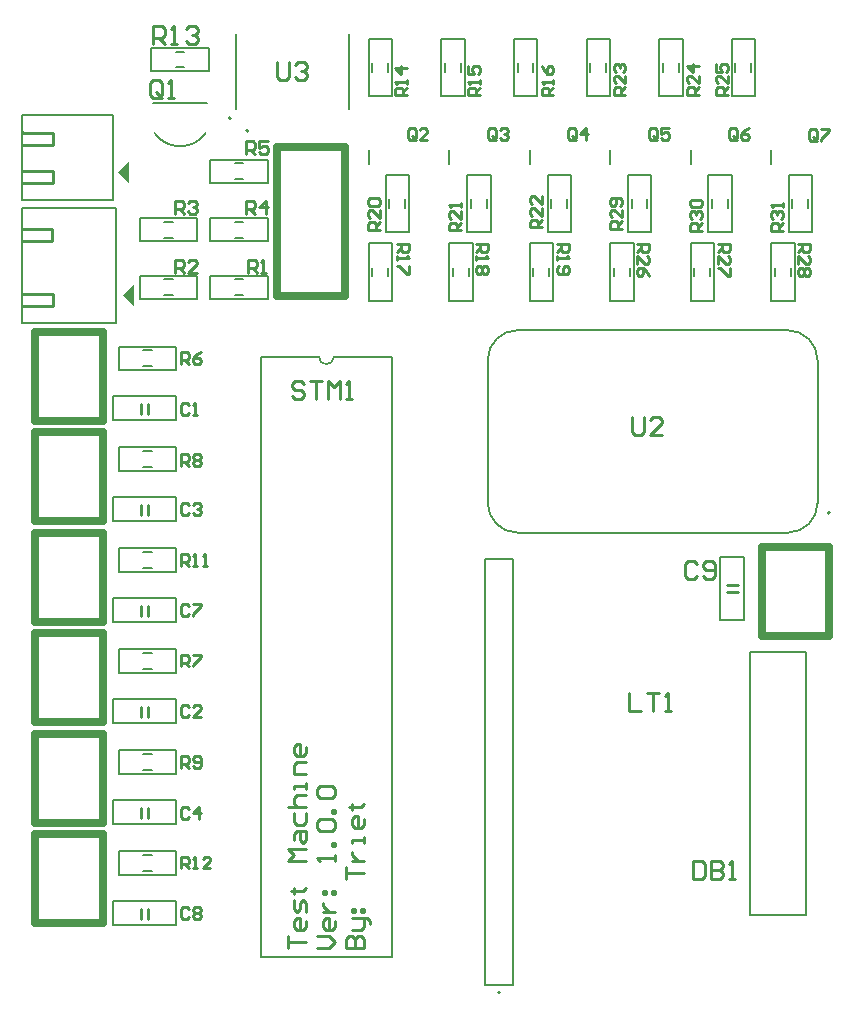
<source format=gto>
G04*
G04 #@! TF.GenerationSoftware,Altium Limited,Altium Designer,21.3.2 (30)*
G04*
G04 Layer_Color=65535*
%FSTAX24Y24*%
%MOIN*%
G70*
G04*
G04 #@! TF.SameCoordinates,B2E6FB57-DAF8-471C-B04C-D09EA4292E56*
G04*
G04*
G04 #@! TF.FilePolarity,Positive*
G04*
G01*
G75*
%ADD10C,0.0050*%
%ADD11C,0.0079*%
%ADD12C,0.0100*%
%ADD13C,0.0250*%
%ADD14C,0.0070*%
G36*
X003969Y023488D02*
Y024198D01*
X003619Y023848D01*
X003609D01*
X003969Y023488D01*
D02*
G37*
G36*
X00379Y027582D02*
Y028292D01*
X00344Y027942D01*
X00343D01*
X00379Y027582D01*
D02*
G37*
D10*
X01576Y016916D02*
G03*
X01676Y015916I001J0D01*
G01*
X02576D02*
G03*
X02676Y016916I0J001D01*
G01*
Y021666D02*
G03*
X02576Y022666I-001J0D01*
G01*
X01676D02*
G03*
X01576Y021666I0J-001D01*
G01*
X004665Y029233D02*
G03*
X005519Y028807I000804J000542D01*
G01*
X005505D02*
G03*
X006359Y029233I000051J000968D01*
G01*
X01676Y015916D02*
X02576D01*
X02676Y016916D02*
Y021666D01*
X01676Y022666D02*
X02576D01*
X01576Y016916D02*
Y021666D01*
X004606Y030224D02*
X006417D01*
X01114Y030049D02*
Y032549D01*
X007364Y030049D02*
Y032549D01*
D11*
X027166Y01658D02*
G03*
X027166Y01658I-000039J0D01*
G01*
X010136Y021783D02*
G03*
X010636Y021783I00025J0D01*
G01*
X0072Y029724D02*
G03*
X0072Y029724I-000039J0D01*
G01*
X007791Y029317D02*
G03*
X007791Y029317I-000039J0D01*
G01*
X016181Y000593D02*
G03*
X016181Y000593I-000039J0D01*
G01*
X008207Y001783D02*
Y021783D01*
Y001783D02*
X012565D01*
Y021783D01*
X010636D02*
X012565D01*
X008207D02*
X010136D01*
X003281Y016293D02*
Y016883D01*
Y016293D02*
X005381D01*
Y017093D01*
X003281D02*
X005381D01*
X003281Y016883D02*
Y017093D01*
Y002828D02*
Y003418D01*
Y002828D02*
X005381D01*
Y003628D01*
X003281D02*
X005381D01*
X003281Y003418D02*
Y003628D01*
X003461Y004511D02*
Y004981D01*
Y004511D02*
X005381D01*
Y005291D01*
X004281Y005161D02*
X004561D01*
X004281Y004631D02*
X004561D01*
X003461Y005291D02*
X005381D01*
X003461Y004981D02*
Y005291D01*
X003281Y019659D02*
Y020249D01*
Y019659D02*
X005381D01*
Y020459D01*
X003281D02*
X005381D01*
X003281Y020249D02*
Y020459D01*
X003461Y021342D02*
Y021812D01*
Y021342D02*
X005381D01*
Y022122D01*
X004281Y021992D02*
X004561D01*
X004281Y021462D02*
X004561D01*
X003461Y022122D02*
X005381D01*
X003461Y021812D02*
Y022122D01*
Y01461D02*
Y01508D01*
Y01461D02*
X005381D01*
Y01539D01*
X004281Y01526D02*
X004561D01*
X004281Y01473D02*
X004561D01*
X003461Y01539D02*
X005381D01*
X003461Y01508D02*
Y01539D01*
Y017976D02*
Y018446D01*
Y017976D02*
X005381D01*
Y018756D01*
X004281Y018626D02*
X004561D01*
X004281Y018096D02*
X004561D01*
X003461Y018756D02*
X005381D01*
X003461Y018446D02*
Y018756D01*
X003281Y006195D02*
Y006785D01*
Y006195D02*
X005381D01*
Y006995D01*
X003281D02*
X005381D01*
X003281Y006785D02*
Y006995D01*
X003461Y007878D02*
Y008348D01*
Y007878D02*
X005381D01*
Y008658D01*
X004281Y008528D02*
X004561D01*
X004281Y007998D02*
X004561D01*
X003461Y008658D02*
X005381D01*
X003461Y008348D02*
Y008658D01*
X003281Y009561D02*
Y010151D01*
Y009561D02*
X005381D01*
Y010361D01*
X003281D02*
X005381D01*
X003281Y010151D02*
Y010361D01*
X003461Y011244D02*
Y011714D01*
Y011244D02*
X005381D01*
Y012024D01*
X004281Y011894D02*
X004561D01*
X004281Y011364D02*
X004561D01*
X003461Y012024D02*
X005381D01*
X003461Y011714D02*
Y012024D01*
X003281Y012927D02*
Y013517D01*
Y012927D02*
X005381D01*
Y013727D01*
X003281D02*
X005381D01*
X003281Y013517D02*
Y013727D01*
X006078Y023705D02*
Y024014D01*
X004158Y023705D02*
X006078D01*
X004978Y024365D02*
X005258D01*
X004978Y023835D02*
X005258D01*
X004158Y023705D02*
Y024485D01*
X006078D01*
Y024014D02*
Y024485D01*
X00652Y025634D02*
Y026104D01*
Y025634D02*
X00844D01*
Y026414D01*
X00734Y026284D02*
X00762D01*
X00734Y025754D02*
X00762D01*
X00652Y026414D02*
X00844D01*
X00652Y026104D02*
Y026414D01*
X00844Y023705D02*
Y024014D01*
X00652Y023705D02*
X00844D01*
X00734Y024365D02*
X00762D01*
X00734Y023835D02*
X00762D01*
X00652Y023705D02*
Y024485D01*
X00844D01*
Y024014D02*
Y024485D01*
X00844Y027873D02*
Y028343D01*
X00652D02*
X00844D01*
X00652Y027563D02*
Y028343D01*
X00734Y027693D02*
X00762D01*
X00734Y028223D02*
X00762D01*
X00652Y027563D02*
X00844D01*
Y027873D01*
X012836Y02785D02*
X013146D01*
Y02593D02*
Y02785D01*
X012486Y02675D02*
Y02703D01*
X013016Y02675D02*
Y02703D01*
X012366Y02593D02*
X013146D01*
X012366D02*
Y02785D01*
X012836D01*
X011796Y028209D02*
Y028681D01*
X012266Y025566D02*
X012576D01*
Y023646D02*
Y025566D01*
X011916Y024466D02*
Y024746D01*
X012446Y024466D02*
Y024746D01*
X011796Y023646D02*
X012576D01*
X011796D02*
Y025566D01*
X012266D01*
X004158Y025634D02*
Y026104D01*
Y025634D02*
X006078D01*
Y026414D01*
X004978Y026284D02*
X005258D01*
X004978Y025754D02*
X005258D01*
X004158Y026414D02*
X006078D01*
X004158Y026104D02*
Y026414D01*
X019059Y032377D02*
X019529D01*
X019059Y030457D02*
Y032377D01*
Y030457D02*
X019839D01*
X019709Y031277D02*
Y031557D01*
X019179Y031277D02*
Y031557D01*
X019839Y030457D02*
Y032377D01*
X019529D02*
X019839D01*
X020437Y02785D02*
X020907D01*
X020437Y02593D02*
Y02785D01*
Y02593D02*
X021217D01*
X021087Y02675D02*
Y02703D01*
X020557Y02675D02*
Y02703D01*
X021217Y02593D02*
Y02785D01*
X020907D02*
X021217D01*
X019851Y028209D02*
Y028681D01*
Y025566D02*
X020321D01*
X019851Y023646D02*
Y025566D01*
Y023646D02*
X020631D01*
X020501Y024466D02*
Y024746D01*
X019971Y024466D02*
Y024746D01*
X020631Y023646D02*
Y025566D01*
X020321D02*
X020631D01*
X004552Y031303D02*
Y031773D01*
Y031303D02*
X006472D01*
Y032083D01*
X005372Y031953D02*
X005652D01*
X005372Y031423D02*
X005652D01*
X004552Y032083D02*
X006472D01*
X004552Y031773D02*
Y032083D01*
X025791Y02785D02*
X026261D01*
X025791Y02593D02*
Y02785D01*
Y02593D02*
X026571D01*
X026441Y02675D02*
Y02703D01*
X025911Y02675D02*
Y02703D01*
X026571Y02593D02*
Y02785D01*
X026261D02*
X026571D01*
X023114Y02785D02*
X023584D01*
X023114Y02593D02*
Y02785D01*
Y02593D02*
X023894D01*
X023764Y02675D02*
Y02703D01*
X023234Y02675D02*
Y02703D01*
X023894Y02593D02*
Y02785D01*
X023584D02*
X023894D01*
X014481Y025566D02*
X014951D01*
X014481Y023646D02*
Y025566D01*
Y023646D02*
X015261D01*
X015131Y024466D02*
Y024746D01*
X014601Y024466D02*
Y024746D01*
X015261Y023646D02*
Y025566D01*
X014951D02*
X015261D01*
X017166Y025566D02*
X017636D01*
X017166Y023646D02*
Y025566D01*
Y023646D02*
X017946D01*
X017816Y024466D02*
Y024746D01*
X017286Y024466D02*
Y024746D01*
X017946Y023646D02*
Y025566D01*
X017636D02*
X017946D01*
X025221Y025566D02*
X025691D01*
X025221Y023646D02*
Y025566D01*
Y023646D02*
X026001D01*
X025871Y024466D02*
Y024746D01*
X025341Y024466D02*
Y024746D01*
X026001Y023646D02*
Y025566D01*
X025691D02*
X026001D01*
X022536Y025566D02*
X023006D01*
X022536Y023646D02*
Y025566D01*
Y023646D02*
X023316D01*
X023186Y024466D02*
Y024746D01*
X022656Y024466D02*
Y024746D01*
X023316Y023646D02*
Y025566D01*
X023006D02*
X023316D01*
X023901Y032377D02*
X024371D01*
X023901Y030457D02*
Y032377D01*
Y030457D02*
X024681D01*
X024551Y031277D02*
Y031557D01*
X024021Y031277D02*
Y031557D01*
X024681Y030457D02*
Y032377D01*
X024371D02*
X024681D01*
X025221Y028209D02*
Y028681D01*
X011796Y032377D02*
X012266D01*
X011796Y030457D02*
Y032377D01*
Y030457D02*
X012576D01*
X012446Y031277D02*
Y031557D01*
X011916Y031277D02*
Y031557D01*
X012576Y030457D02*
Y032377D01*
X012266D02*
X012576D01*
X000224Y022913D02*
X003374D01*
X000224D02*
Y026743D01*
X003374D01*
Y022913D02*
Y026743D01*
X02148Y032377D02*
X02195D01*
X02148Y030457D02*
Y032377D01*
Y030457D02*
X02226D01*
X02213Y031277D02*
Y031557D01*
X0216Y031277D02*
Y031557D01*
X02226Y030457D02*
Y032377D01*
X02195D02*
X02226D01*
X022536Y028209D02*
Y028681D01*
X017166Y028209D02*
Y028681D01*
X016638Y032377D02*
X017108D01*
X016638Y030457D02*
Y032377D01*
Y030457D02*
X017418D01*
X017288Y031277D02*
Y031557D01*
X016758Y031277D02*
Y031557D01*
X017418Y030457D02*
Y032377D01*
X017108D02*
X017418D01*
X014217D02*
X014687D01*
X014217Y030457D02*
Y032377D01*
Y030457D02*
X014997D01*
X014867Y031277D02*
Y031557D01*
X014337Y031277D02*
Y031557D01*
X014997Y030457D02*
Y032377D01*
X014687D02*
X014997D01*
X014481Y028209D02*
Y028681D01*
X01823Y02785D02*
X01854D01*
Y02593D02*
Y02785D01*
X01788Y02675D02*
Y02703D01*
X01841Y02675D02*
Y02703D01*
X01776Y02593D02*
X01854D01*
X01776D02*
Y02785D01*
X01823D01*
X015552D02*
X015862D01*
Y02593D02*
Y02785D01*
X015202Y02675D02*
Y02703D01*
X015732Y02675D02*
Y02703D01*
X015082Y02593D02*
X015862D01*
X015082D02*
Y02785D01*
X015552D01*
X016616Y000848D02*
Y015049D01*
X015667Y000848D02*
Y015049D01*
X016616D01*
X015667Y000848D02*
X016616D01*
X000245Y027007D02*
X003265D01*
X000245D02*
Y029837D01*
X003265D01*
Y027007D02*
Y029837D01*
X023498Y013005D02*
X023708D01*
X023498D02*
Y015105D01*
X024298D01*
Y013005D02*
Y015105D01*
X023708Y013005D02*
X024298D01*
D12*
X001254Y023483D02*
G03*
X001264Y023493I0J00001D01*
G01*
X000254Y026033D02*
G03*
X000244Y026043I-00001J0D01*
G01*
X000264D02*
G03*
X000254Y026033I0J-00001D01*
G01*
X001275Y027587D02*
G03*
X001285Y027597I0J00001D01*
G01*
X000285Y029247D02*
G03*
X000275Y029237I0J-00001D01*
G01*
D02*
G03*
X000265Y029247I-00001J0D01*
G01*
X004213Y016496D02*
Y016851D01*
X004449Y016496D02*
Y016851D01*
X004213Y003031D02*
Y003386D01*
X004449Y003031D02*
Y003386D01*
X004213Y019862D02*
Y020217D01*
X004449Y019862D02*
Y020217D01*
X004213Y006398D02*
Y006752D01*
X004449Y006398D02*
Y006752D01*
X004213Y009764D02*
Y010118D01*
X004449Y009764D02*
Y010118D01*
X004213Y01313D02*
Y013484D01*
X004449Y01313D02*
Y013484D01*
X000264Y023473D02*
X001264D01*
Y023883D01*
X000244D02*
X001264D01*
X000264Y026043D02*
X001254D01*
Y025633D02*
Y026043D01*
X000234Y025633D02*
X001254D01*
X000285Y027577D02*
X001285D01*
Y027987D01*
X000265D02*
X001285D01*
X000255Y028837D02*
X001275D01*
Y029247D01*
X000285D02*
X001275D01*
X02374Y014173D02*
X024095D01*
X02374Y013937D02*
X024095D01*
X00911Y002086D02*
Y002486D01*
Y002286D01*
X00971D01*
Y002986D02*
Y002786D01*
X00961Y002686D01*
X00941D01*
X00931Y002786D01*
Y002986D01*
X00941Y003086D01*
X00951D01*
Y002686D01*
X00971Y003286D02*
Y003586D01*
X00961Y003685D01*
X00951Y003586D01*
Y003386D01*
X00941Y003286D01*
X00931Y003386D01*
Y003685D01*
X00921Y003985D02*
X00931D01*
Y003885D01*
Y004085D01*
Y003985D01*
X00961D01*
X00971Y004085D01*
Y004985D02*
X00911D01*
X00931Y005185D01*
X00911Y005385D01*
X00971D01*
X00931Y005685D02*
Y005885D01*
X00941Y005985D01*
X00971D01*
Y005685D01*
X00961Y005585D01*
X00951Y005685D01*
Y005985D01*
X00931Y006585D02*
Y006285D01*
X00941Y006185D01*
X00961D01*
X00971Y006285D01*
Y006585D01*
X00911Y006784D02*
X00971D01*
X00941D01*
X00931Y006884D01*
Y007084D01*
X00941Y007184D01*
X00971D01*
Y007384D02*
Y007584D01*
Y007484D01*
X00931D01*
Y007384D01*
X00971Y007884D02*
X00931D01*
Y008184D01*
X00941Y008284D01*
X00971D01*
Y008784D02*
Y008584D01*
X00961Y008484D01*
X00941D01*
X00931Y008584D01*
Y008784D01*
X00941Y008884D01*
X00951D01*
Y008484D01*
X01007Y002086D02*
X010469D01*
X010669Y002286D01*
X010469Y002486D01*
X01007D01*
X010669Y002986D02*
Y002786D01*
X010569Y002686D01*
X01037D01*
X01027Y002786D01*
Y002986D01*
X01037Y003086D01*
X010469D01*
Y002686D01*
X01027Y003286D02*
X010669D01*
X010469D01*
X01037Y003386D01*
X01027Y003486D01*
Y003586D01*
Y003885D02*
Y003985D01*
X01037D01*
Y003885D01*
X01027D01*
X010569D02*
Y003985D01*
X010669D01*
Y003885D01*
X010569D01*
X010669Y004985D02*
Y005185D01*
Y005085D01*
X01007D01*
X01017Y004985D01*
X010669Y005485D02*
X010569D01*
Y005585D01*
X010669D01*
Y005485D01*
X01017Y005985D02*
X01007Y006085D01*
Y006285D01*
X01017Y006385D01*
X010569D01*
X010669Y006285D01*
Y006085D01*
X010569Y005985D01*
X01017D01*
X010669Y006585D02*
X010569D01*
Y006684D01*
X010669D01*
Y006585D01*
X01017Y007084D02*
X01007Y007184D01*
Y007384D01*
X01017Y007484D01*
X010569D01*
X010669Y007384D01*
Y007184D01*
X010569Y007084D01*
X01017D01*
X011029Y002086D02*
X011629D01*
Y002386D01*
X011529Y002486D01*
X011429D01*
X011329Y002386D01*
Y002086D01*
Y002386D01*
X011229Y002486D01*
X011129D01*
X011029Y002386D01*
Y002086D01*
X011229Y002686D02*
X011529D01*
X011629Y002786D01*
Y003086D01*
X011729D01*
X011829Y002986D01*
Y002886D01*
X011629Y003086D02*
X011229D01*
Y003286D02*
Y003386D01*
X011329D01*
Y003286D01*
X011229D01*
X011529D02*
Y003386D01*
X011629D01*
Y003286D01*
X011529D01*
X011029Y004385D02*
Y004785D01*
Y004585D01*
X011629D01*
X011229Y004985D02*
X011629D01*
X011429D01*
X011329Y005085D01*
X011229Y005185D01*
Y005285D01*
X011629Y005585D02*
Y005785D01*
Y005685D01*
X011229D01*
Y005585D01*
X011629Y006385D02*
Y006185D01*
X011529Y006085D01*
X011329D01*
X011229Y006185D01*
Y006385D01*
X011329Y006485D01*
X011429D01*
Y006085D01*
X011129Y006784D02*
X011229D01*
Y006684D01*
Y006884D01*
Y006784D01*
X011529D01*
X011629Y006884D01*
X020479Y010573D02*
Y009973D01*
X020879D01*
X021079Y010573D02*
X021478D01*
X021279D01*
Y009973D01*
X021678D02*
X021878D01*
X021778D01*
Y010573D01*
X021678Y010473D01*
X022607Y004985D02*
Y004385D01*
X022907D01*
X023007Y004485D01*
Y004885D01*
X022907Y004985D01*
X022607D01*
X023207D02*
Y004385D01*
X023507D01*
X023607Y004485D01*
Y004585D01*
X023507Y004685D01*
X023207D01*
X023507D01*
X023607Y004785D01*
Y004885D01*
X023507Y004985D01*
X023207D01*
X023807Y004385D02*
X024007D01*
X023907D01*
Y004985D01*
X023807Y004885D01*
X022735Y014885D02*
X022635Y014985D01*
X022435D01*
X022335Y014885D01*
Y014485D01*
X022435Y014385D01*
X022635D01*
X022735Y014485D01*
X022935D02*
X023035Y014385D01*
X023235D01*
X023334Y014485D01*
Y014885D01*
X023235Y014985D01*
X023035D01*
X022935Y014885D01*
Y014785D01*
X023035Y014685D01*
X023334D01*
X008752Y031599D02*
Y031099D01*
X008852Y030999D01*
X009052D01*
X009152Y031099D01*
Y031599D01*
X009352Y031499D02*
X009452Y031599D01*
X009652D01*
X009752Y031499D01*
Y031399D01*
X009652Y031299D01*
X009552D01*
X009652D01*
X009752Y031199D01*
Y031099D01*
X009652Y030999D01*
X009452D01*
X009352Y031099D01*
X020563Y019788D02*
Y019288D01*
X020663Y019188D01*
X020863D01*
X020963Y019288D01*
Y019788D01*
X021563Y019188D02*
X021163D01*
X021563Y019588D01*
Y019688D01*
X021463Y019788D01*
X021263D01*
X021163Y019688D01*
X009636Y020869D02*
X009536Y020969D01*
X009337D01*
X009237Y020869D01*
Y020769D01*
X009337Y020669D01*
X009536D01*
X009636Y020569D01*
Y020469D01*
X009536Y020369D01*
X009337D01*
X009237Y020469D01*
X009836Y020969D02*
X010236D01*
X010036D01*
Y020369D01*
X010436D02*
Y020969D01*
X010636Y020769D01*
X010836Y020969D01*
Y020369D01*
X011036D02*
X011236D01*
X011136D01*
Y020969D01*
X011036Y020869D01*
X025591Y025979D02*
X025197D01*
Y026175D01*
X025263Y026241D01*
X025394D01*
X025459Y026175D01*
Y025979D01*
Y02611D02*
X025591Y026241D01*
X025263Y026372D02*
X025197Y026438D01*
Y026569D01*
X025263Y026635D01*
X025328D01*
X025394Y026569D01*
Y026503D01*
Y026569D01*
X025459Y026635D01*
X025525D01*
X025591Y026569D01*
Y026438D01*
X025525Y026372D01*
X025591Y026766D02*
Y026897D01*
Y026831D01*
X025197D01*
X025263Y026766D01*
X022913Y025972D02*
X02252D01*
Y026169D01*
X022585Y026234D01*
X022717D01*
X022782Y026169D01*
Y025972D01*
Y026103D02*
X022913Y026234D01*
X022585Y026366D02*
X02252Y026431D01*
Y026562D01*
X022585Y026628D01*
X022651D01*
X022717Y026562D01*
Y026497D01*
Y026562D01*
X022782Y026628D01*
X022848D01*
X022913Y026562D01*
Y026431D01*
X022848Y026366D01*
X022585Y026759D02*
X02252Y026825D01*
Y026956D01*
X022585Y027022D01*
X022848D01*
X022913Y026956D01*
Y026825D01*
X022848Y026759D01*
X022585D01*
X020236Y026031D02*
X019843D01*
Y026228D01*
X019908Y026293D01*
X020039D01*
X020105Y026228D01*
Y026031D01*
Y026162D02*
X020236Y026293D01*
Y026687D02*
Y026424D01*
X019974Y026687D01*
X019908D01*
X019843Y026621D01*
Y02649D01*
X019908Y026424D01*
X020171Y026818D02*
X020236Y026884D01*
Y027015D01*
X020171Y02708D01*
X019908D01*
X019843Y027015D01*
Y026884D01*
X019908Y026818D01*
X019974D01*
X020039Y026884D01*
Y02708D01*
X026123Y025525D02*
X026517D01*
Y025328D01*
X026451Y025262D01*
X02632D01*
X026254Y025328D01*
Y025525D01*
Y025394D02*
X026123Y025262D01*
Y024869D02*
Y025131D01*
X026385Y024869D01*
X026451D01*
X026517Y024934D01*
Y025066D01*
X026451Y025131D01*
Y024738D02*
X026517Y024672D01*
Y024541D01*
X026451Y024475D01*
X026385D01*
X02632Y024541D01*
X026254Y024475D01*
X026189D01*
X026123Y024541D01*
Y024672D01*
X026189Y024738D01*
X026254D01*
X02632Y024672D01*
X026385Y024738D01*
X026451D01*
X02632Y024672D02*
Y024541D01*
X023438Y025525D02*
X023831D01*
Y025328D01*
X023766Y025262D01*
X023635D01*
X023569Y025328D01*
Y025525D01*
Y025394D02*
X023438Y025262D01*
Y024869D02*
Y025131D01*
X0237Y024869D01*
X023766D01*
X023831Y024934D01*
Y025066D01*
X023766Y025131D01*
X023831Y024738D02*
Y024475D01*
X023766D01*
X023504Y024738D01*
X023438D01*
X020753Y025525D02*
X021146D01*
Y025328D01*
X021081Y025262D01*
X02095D01*
X020884Y025328D01*
Y025525D01*
Y025394D02*
X020753Y025262D01*
Y024869D02*
Y025131D01*
X021015Y024869D01*
X021081D01*
X021146Y024934D01*
Y025066D01*
X021081Y025131D01*
X021146Y024475D02*
X021081Y024606D01*
X02095Y024738D01*
X020818D01*
X020753Y024672D01*
Y024541D01*
X020818Y024475D01*
X020884D01*
X02095Y024541D01*
Y024738D01*
X023779Y030499D02*
X023386D01*
Y030696D01*
X023451Y030761D01*
X023583D01*
X023648Y030696D01*
Y030499D01*
Y03063D02*
X023779Y030761D01*
Y031155D02*
Y030892D01*
X023517Y031155D01*
X023451D01*
X023386Y031089D01*
Y030958D01*
X023451Y030892D01*
X023386Y031548D02*
Y031286D01*
X023583D01*
X023517Y031417D01*
Y031483D01*
X023583Y031548D01*
X023714D01*
X023779Y031483D01*
Y031352D01*
X023714Y031286D01*
X022795Y030499D02*
X022402D01*
Y030696D01*
X022467Y030761D01*
X022598D01*
X022664Y030696D01*
Y030499D01*
Y03063D02*
X022795Y030761D01*
Y031155D02*
Y030892D01*
X022533Y031155D01*
X022467D01*
X022402Y031089D01*
Y030958D01*
X022467Y030892D01*
X022795Y031483D02*
X022402D01*
X022598Y031286D01*
Y031548D01*
X020354Y030499D02*
X019961D01*
Y030696D01*
X020026Y030761D01*
X020157D01*
X020223Y030696D01*
Y030499D01*
Y03063D02*
X020354Y030761D01*
Y031155D02*
Y030892D01*
X020092Y031155D01*
X020026D01*
X019961Y031089D01*
Y030958D01*
X020026Y030892D01*
Y031286D02*
X019961Y031352D01*
Y031483D01*
X020026Y031548D01*
X020092D01*
X020157Y031483D01*
Y031417D01*
Y031483D01*
X020223Y031548D01*
X020289D01*
X020354Y031483D01*
Y031352D01*
X020289Y031286D01*
X017559Y02609D02*
X017165D01*
Y026287D01*
X017231Y026352D01*
X017362D01*
X017428Y026287D01*
Y02609D01*
Y026221D02*
X017559Y026352D01*
Y026746D02*
Y026483D01*
X017297Y026746D01*
X017231D01*
X017165Y02668D01*
Y026549D01*
X017231Y026483D01*
X017559Y027139D02*
Y026877D01*
X017297Y027139D01*
X017231D01*
X017165Y027074D01*
Y026942D01*
X017231Y026877D01*
X014882Y02599D02*
X014488D01*
Y026186D01*
X014554Y026252D01*
X014685D01*
X014751Y026186D01*
Y02599D01*
Y026121D02*
X014882Y026252D01*
Y026646D02*
Y026383D01*
X014619Y026646D01*
X014554D01*
X014488Y02658D01*
Y026449D01*
X014554Y026383D01*
X014882Y026777D02*
Y026908D01*
Y026842D01*
X014488D01*
X014554Y026777D01*
X012165Y026011D02*
X011772D01*
Y026207D01*
X011837Y026273D01*
X011968D01*
X012034Y026207D01*
Y026011D01*
Y026142D02*
X012165Y026273D01*
Y026667D02*
Y026404D01*
X011903Y026667D01*
X011837D01*
X011772Y026601D01*
Y02647D01*
X011837Y026404D01*
Y026798D02*
X011772Y026863D01*
Y026995D01*
X011837Y02706D01*
X0121D01*
X012165Y026995D01*
Y026863D01*
X0121Y026798D01*
X011837D01*
X018068Y025531D02*
X018461D01*
Y025335D01*
X018396Y025269D01*
X018265D01*
X018199Y025335D01*
Y025531D01*
Y0254D02*
X018068Y025269D01*
Y025138D02*
Y025007D01*
Y025072D01*
X018461D01*
X018396Y025138D01*
X018133Y02481D02*
X018068Y024744D01*
Y024613D01*
X018133Y024547D01*
X018396D01*
X018461Y024613D01*
Y024744D01*
X018396Y02481D01*
X01833D01*
X018265Y024744D01*
Y024547D01*
X015383Y025531D02*
X015776D01*
Y025335D01*
X015711Y025269D01*
X01558D01*
X015514Y025335D01*
Y025531D01*
Y0254D02*
X015383Y025269D01*
Y025138D02*
Y025007D01*
Y025072D01*
X015776D01*
X015711Y025138D01*
Y02481D02*
X015776Y024744D01*
Y024613D01*
X015711Y024547D01*
X015645D01*
X01558Y024613D01*
X015514Y024547D01*
X015448D01*
X015383Y024613D01*
Y024744D01*
X015448Y02481D01*
X015514D01*
X01558Y024744D01*
X015645Y02481D01*
X015711D01*
X01558Y024744D02*
Y024613D01*
X012737Y025531D02*
X013131D01*
Y025335D01*
X013065Y025269D01*
X012934D01*
X012868Y025335D01*
Y025531D01*
Y0254D02*
X012737Y025269D01*
Y025138D02*
Y025007D01*
Y025072D01*
X013131D01*
X013065Y025138D01*
X013131Y02481D02*
Y024547D01*
X013065D01*
X012803Y02481D01*
X012737D01*
X017953Y030492D02*
X017559D01*
Y030689D01*
X017625Y030755D01*
X017756D01*
X017822Y030689D01*
Y030492D01*
Y030623D02*
X017953Y030755D01*
Y030886D02*
Y031017D01*
Y030951D01*
X017559D01*
X017625Y030886D01*
X017559Y031476D02*
X017625Y031345D01*
X017756Y031214D01*
X017887D01*
X017953Y031279D01*
Y031411D01*
X017887Y031476D01*
X017822D01*
X017756Y031411D01*
Y031214D01*
X015512Y030492D02*
X015118D01*
Y030689D01*
X015184Y030755D01*
X015315D01*
X015381Y030689D01*
Y030492D01*
Y030623D02*
X015512Y030755D01*
Y030886D02*
Y031017D01*
Y030951D01*
X015118D01*
X015184Y030886D01*
X015118Y031476D02*
Y031214D01*
X015315D01*
X015249Y031345D01*
Y031411D01*
X015315Y031476D01*
X015446D01*
X015512Y031411D01*
Y031279D01*
X015446Y031214D01*
X013071Y030492D02*
X012677D01*
Y030689D01*
X012743Y030755D01*
X012874D01*
X01294Y030689D01*
Y030492D01*
Y030623D02*
X013071Y030755D01*
Y030886D02*
Y031017D01*
Y030951D01*
X012677D01*
X012743Y030886D01*
X013071Y031411D02*
X012677D01*
X012874Y031214D01*
Y031476D01*
X004594Y032209D02*
Y032809D01*
X004894D01*
X004994Y032709D01*
Y032509D01*
X004894Y032409D01*
X004594D01*
X004794D02*
X004994Y032209D01*
X005194D02*
X005394D01*
X005294D01*
Y032809D01*
X005194Y032709D01*
X005694D02*
X005794Y032809D01*
X005993D01*
X006093Y032709D01*
Y032609D01*
X005993Y032509D01*
X005894D01*
X005993D01*
X006093Y032409D01*
Y032309D01*
X005993Y032209D01*
X005794D01*
X005694Y032309D01*
X005538Y004724D02*
Y005118D01*
X005735D01*
X005801Y005052D01*
Y004921D01*
X005735Y004856D01*
X005538D01*
X005669D02*
X005801Y004724D01*
X005932D02*
X006063D01*
X005997D01*
Y005118D01*
X005932Y005052D01*
X006522Y004724D02*
X00626D01*
X006522Y004987D01*
Y005052D01*
X006457Y005118D01*
X006325D01*
X00626Y005052D01*
X005538Y014803D02*
Y015197D01*
X005735D01*
X005801Y015131D01*
Y015D01*
X005735Y014934D01*
X005538D01*
X005669D02*
X005801Y014803D01*
X005932D02*
X006063D01*
X005997D01*
Y015197D01*
X005932Y015131D01*
X00626Y014803D02*
X006391D01*
X006325D01*
Y015197D01*
X00626Y015131D01*
X005538Y008071D02*
Y008464D01*
X005735D01*
X005801Y008399D01*
Y008268D01*
X005735Y008202D01*
X005538D01*
X005669D02*
X005801Y008071D01*
X005932Y008137D02*
X005997Y008071D01*
X006129D01*
X006194Y008137D01*
Y008399D01*
X006129Y008464D01*
X005997D01*
X005932Y008399D01*
Y008333D01*
X005997Y008268D01*
X006194D01*
X005538Y01815D02*
Y018543D01*
X005735D01*
X005801Y018478D01*
Y018346D01*
X005735Y018281D01*
X005538D01*
X005669D02*
X005801Y01815D01*
X005932Y018478D02*
X005997Y018543D01*
X006129D01*
X006194Y018478D01*
Y018412D01*
X006129Y018346D01*
X006194Y018281D01*
Y018215D01*
X006129Y01815D01*
X005997D01*
X005932Y018215D01*
Y018281D01*
X005997Y018346D01*
X005932Y018412D01*
Y018478D01*
X005997Y018346D02*
X006129D01*
X005538Y011457D02*
Y01185D01*
X005735D01*
X005801Y011785D01*
Y011654D01*
X005735Y011588D01*
X005538D01*
X005669D02*
X005801Y011457D01*
X005932Y01185D02*
X006194D01*
Y011785D01*
X005932Y011522D01*
Y011457D01*
X005538Y021535D02*
Y021929D01*
X005735D01*
X005801Y021863D01*
Y021732D01*
X005735Y021667D01*
X005538D01*
X005669D02*
X005801Y021535D01*
X006194Y021929D02*
X006063Y021863D01*
X005932Y021732D01*
Y021601D01*
X005997Y021535D01*
X006129D01*
X006194Y021601D01*
Y021667D01*
X006129Y021732D01*
X005932D01*
X00771Y028524D02*
Y028957D01*
X007927D01*
X007999Y028884D01*
Y02874D01*
X007927Y028668D01*
X00771D01*
X007854D02*
X007999Y028524D01*
X008432Y028957D02*
X008143D01*
Y02874D01*
X008287Y028812D01*
X008359D01*
X008432Y02874D01*
Y028596D01*
X008359Y028524D01*
X008215D01*
X008143Y028596D01*
X00771Y026555D02*
Y026988D01*
X007927D01*
X007999Y026916D01*
Y026772D01*
X007927Y0267D01*
X00771D01*
X007854D02*
X007999Y026555D01*
X008359D02*
Y026988D01*
X008143Y026772D01*
X008432D01*
X005348Y026555D02*
Y026988D01*
X005564D01*
X005637Y026916D01*
Y026772D01*
X005564Y0267D01*
X005348D01*
X005492D02*
X005637Y026555D01*
X005781Y026916D02*
X005853Y026988D01*
X005997D01*
X006069Y026916D01*
Y026844D01*
X005997Y026772D01*
X005925D01*
X005997D01*
X006069Y0267D01*
Y026627D01*
X005997Y026555D01*
X005853D01*
X005781Y026627D01*
X005348Y024587D02*
Y02502D01*
X005564D01*
X005637Y024947D01*
Y024803D01*
X005564Y024731D01*
X005348D01*
X005492D02*
X005637Y024587D01*
X006069D02*
X005781D01*
X006069Y024875D01*
Y024947D01*
X005997Y02502D01*
X005853D01*
X005781Y024947D01*
X007782Y024587D02*
Y02502D01*
X007999D01*
X008071Y024947D01*
Y024803D01*
X007999Y024731D01*
X007782D01*
X007927D02*
X008071Y024587D01*
X008215D02*
X008359D01*
X008287D01*
Y02502D01*
X008215Y024947D01*
X02673Y029042D02*
Y029304D01*
X026665Y02937D01*
X026534D01*
X026468Y029304D01*
Y029042D01*
X026534Y028976D01*
X026665D01*
X026599Y029108D02*
X02673Y028976D01*
X026665D02*
X02673Y029042D01*
X026861Y02937D02*
X027124D01*
Y029304D01*
X026861Y029042D01*
Y028976D01*
X024085Y029081D02*
Y029344D01*
X024019Y029409D01*
X023888D01*
X023822Y029344D01*
Y029081D01*
X023888Y029016D01*
X024019D01*
X023953Y029147D02*
X024085Y029016D01*
X024019D02*
X024085Y029081D01*
X024478Y029409D02*
X024347Y029344D01*
X024216Y029213D01*
Y029081D01*
X024281Y029016D01*
X024413D01*
X024478Y029081D01*
Y029147D01*
X024413Y029213D01*
X024216D01*
X0214Y029081D02*
Y029344D01*
X021334Y029409D01*
X021203D01*
X021137Y029344D01*
Y029081D01*
X021203Y029016D01*
X021334D01*
X021268Y029147D02*
X0214Y029016D01*
X021334D02*
X0214Y029081D01*
X021793Y029409D02*
X021531D01*
Y029213D01*
X021662Y029278D01*
X021728D01*
X021793Y029213D01*
Y029081D01*
X021728Y029016D01*
X021596D01*
X021531Y029081D01*
X018715D02*
Y029344D01*
X018649Y029409D01*
X018518D01*
X018452Y029344D01*
Y029081D01*
X018518Y029016D01*
X018649D01*
X018583Y029147D02*
X018715Y029016D01*
X018649D02*
X018715Y029081D01*
X019043Y029016D02*
Y029409D01*
X018846Y029213D01*
X019108D01*
X016045Y029081D02*
Y029344D01*
X015979Y029409D01*
X015848D01*
X015782Y029344D01*
Y029081D01*
X015848Y029016D01*
X015979D01*
X015913Y029147D02*
X016045Y029016D01*
X015979D02*
X016045Y029081D01*
X016176Y029344D02*
X016241Y029409D01*
X016373D01*
X016438Y029344D01*
Y029278D01*
X016373Y029213D01*
X016307D01*
X016373D01*
X016438Y029147D01*
Y029081D01*
X016373Y029016D01*
X016241D01*
X016176Y029081D01*
X01336Y029081D02*
Y029344D01*
X013294Y029409D01*
X013163D01*
X013097Y029344D01*
Y029081D01*
X013163Y029016D01*
X013294D01*
X013228Y029147D02*
X01336Y029016D01*
X013294D02*
X01336Y029081D01*
X013753Y029016D02*
X013491D01*
X013753Y029278D01*
Y029344D01*
X013688Y029409D01*
X013556D01*
X013491Y029344D01*
X004921Y030509D02*
Y030909D01*
X004821Y031009D01*
X004621D01*
X004521Y030909D01*
Y030509D01*
X004621Y030409D01*
X004821D01*
X004721Y030609D02*
X004921Y030409D01*
X004821D02*
X004921Y030509D01*
X005121Y030409D02*
X005321D01*
X005221D01*
Y031009D01*
X005121Y030909D01*
X005801Y00336D02*
X005735Y003425D01*
X005604D01*
X005538Y00336D01*
Y003097D01*
X005604Y003032D01*
X005735D01*
X005801Y003097D01*
X005932Y00336D02*
X005997Y003425D01*
X006129D01*
X006194Y00336D01*
Y003294D01*
X006129Y003228D01*
X006194Y003163D01*
Y003097D01*
X006129Y003032D01*
X005997D01*
X005932Y003097D01*
Y003163D01*
X005997Y003228D01*
X005932Y003294D01*
Y00336D01*
X005997Y003228D02*
X006129D01*
X005801Y013478D02*
X005735Y013543D01*
X005604D01*
X005538Y013478D01*
Y013215D01*
X005604Y01315D01*
X005735D01*
X005801Y013215D01*
X005932Y013543D02*
X006194D01*
Y013478D01*
X005932Y013215D01*
Y01315D01*
X005801Y006706D02*
X005735Y006772D01*
X005604D01*
X005538Y006706D01*
Y006444D01*
X005604Y006378D01*
X005735D01*
X005801Y006444D01*
X006129Y006378D02*
Y006772D01*
X005932Y006575D01*
X006194D01*
X005801Y016824D02*
X005735Y01689D01*
X005604D01*
X005538Y016824D01*
Y016562D01*
X005604Y016496D01*
X005735D01*
X005801Y016562D01*
X005932Y016824D02*
X005997Y01689D01*
X006129D01*
X006194Y016824D01*
Y016759D01*
X006129Y016693D01*
X006063D01*
X006129D01*
X006194Y016627D01*
Y016562D01*
X006129Y016496D01*
X005997D01*
X005932Y016562D01*
X005801Y010092D02*
X005735Y010157D01*
X005604D01*
X005538Y010092D01*
Y009829D01*
X005604Y009764D01*
X005735D01*
X005801Y009829D01*
X006194Y009764D02*
X005932D01*
X006194Y010026D01*
Y010092D01*
X006129Y010157D01*
X005997D01*
X005932Y010092D01*
X005801Y020171D02*
X005735Y020236D01*
X005604D01*
X005538Y020171D01*
Y019908D01*
X005604Y019843D01*
X005735D01*
X005801Y019908D01*
X005932Y019843D02*
X006063D01*
X005997D01*
Y020236D01*
X005932Y020171D01*
D13*
X000685Y006255D02*
Y009208D01*
Y006255D02*
X002937D01*
Y009208D01*
X000685D02*
X002937D01*
X000685Y002905D02*
Y005858D01*
Y002905D02*
X002937D01*
Y005858D01*
X000685D02*
X002937D01*
X000685Y012954D02*
Y015907D01*
Y012954D02*
X002937D01*
Y015907D01*
X000685D02*
X002937D01*
X000685Y019654D02*
Y022606D01*
Y019654D02*
X002937D01*
Y022606D01*
X000685D02*
X002937D01*
X000685Y016304D02*
Y019257D01*
Y016304D02*
X002937D01*
Y019257D01*
X000685D02*
X002937D01*
X000685Y009605D02*
Y012557D01*
Y009605D02*
X002937D01*
Y012557D01*
X000685D02*
X002937D01*
X008756Y023811D02*
Y028764D01*
Y023811D02*
X011008D01*
Y028764D01*
X008756D02*
X011008D01*
X024898Y015425D02*
X02715D01*
Y012472D02*
Y015425D01*
X024898Y012472D02*
X02715D01*
X024898D02*
Y015425D01*
D14*
X024502Y003161D02*
Y011931D01*
Y003161D02*
X026377D01*
X026366Y011931D02*
X026377Y003161D01*
X024502Y011931D02*
X026366D01*
M02*

</source>
